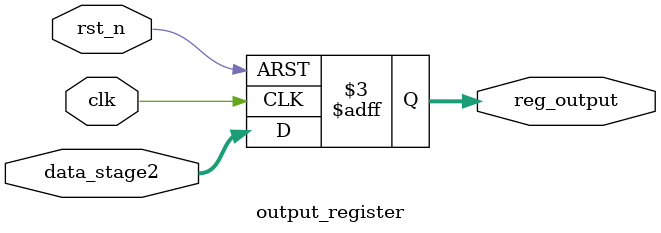
<source format=sv>
module async_comb_reg (
    input wire        clk,           // 时钟信号
    input wire        rst_n,         // 复位信号
    input wire [7:0]  parallel_data, // 输入数据
    input wire        load_signal,   // 加载控制信号
    output wire [7:0] reg_output     // 寄存器输出
);
    // 内部连接信号
    wire [7:0] data_stage1;
    wire       load_stage1;
    wire [7:0] data_stage2;
    
    // 第一级流水线模块实例化
    pipeline_stage1 u_stage1 (
        .clk          (clk),
        .rst_n        (rst_n),
        .parallel_data(parallel_data),
        .load_signal  (load_signal),
        .data_stage1  (data_stage1),
        .load_stage1  (load_stage1)
    );
    
    // 第二级流水线模块实例化
    pipeline_stage2 u_stage2 (
        .clk          (clk),
        .rst_n        (rst_n),
        .data_stage1  (data_stage1),
        .load_stage1  (load_stage1),
        .data_stage2  (data_stage2)
    );
    
    // 输出寄存器模块实例化
    output_register u_output_reg (
        .clk          (clk),
        .rst_n        (rst_n),
        .data_stage2  (data_stage2),
        .reg_output   (reg_output)
    );
    
endmodule

// 第一级流水线模块
module pipeline_stage1 (
    input  wire        clk,
    input  wire        rst_n,
    input  wire [7:0]  parallel_data,
    input  wire        load_signal,
    output reg  [7:0]  data_stage1,
    output reg         load_stage1
);
    
    always @(posedge clk or negedge rst_n) begin
        if (!rst_n) begin
            // 异步复位
            data_stage1 <= 8'h00;
            load_stage1 <= 1'b0;
        end
        else begin
            // 第一级流水线寄存器更新
            data_stage1 <= parallel_data;
            load_stage1 <= load_signal;
        end
    end
    
endmodule

// 第二级流水线模块
module pipeline_stage2 (
    input  wire        clk,
    input  wire        rst_n,
    input  wire [7:0]  data_stage1,
    input  wire        load_stage1,
    output reg  [7:0]  data_stage2
);
    
    always @(posedge clk or negedge rst_n) begin
        if (!rst_n) begin
            // 异步复位
            data_stage2 <= 8'h00;
        end
        else begin
            // 第二级流水线寄存器更新 - 基于加载信号的条件更新
            data_stage2 <= load_stage1 ? data_stage1 : data_stage2;
        end
    end
    
endmodule

// 输出寄存器模块
module output_register (
    input  wire        clk,
    input  wire        rst_n,
    input  wire [7:0]  data_stage2,
    output reg  [7:0]  reg_output
);
    
    always @(posedge clk or negedge rst_n) begin
        if (!rst_n) begin
            // 异步复位
            reg_output <= 8'h00;
        end
        else begin
            // 输出寄存器更新
            reg_output <= data_stage2;
        end
    end
    
endmodule
</source>
